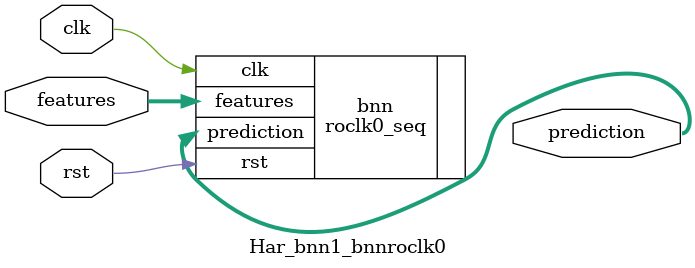
<source format=v>













module Har_bnn1_bnnroclk0 #(

parameter FEAT_CNT = 12,
parameter HIDDEN_CNT = 40,
parameter FEAT_BITS = 4,
parameter CLASS_CNT = 6,
parameter TEST_CNT = 1000


  ) (
  input clk,
  input rst,
  input [FEAT_CNT*FEAT_BITS-1:0] features,
  output [$clog2(CLASS_CNT)-1:0] prediction
  );

  localparam Weights0 = 480'b010011011001001100101101110001110010101011110010111001110001101001101010010011110101100110000101000100000111110100000001101110101101000110000001100100000001110000111111100111001110011001111010101000111100000011110011111011101000100111100110001101001001000110110111001011101011010111110100111000111100000011000000000100101111000110010101011010001100110101000100110101010101111011111000111000010110111000110001001110000010001100000101000000100100011000001101111001100001101000111001 ;
  localparam Weights1 = 240'b111001111101100000101111100101100010100011010110111111001010010101011010011101001110011111011110001101011100001000101010010101000110011010101101110010110100110101111111011000000011000110001111110000010111001001000101000010011100001111000100 ;

  roclk0_seq #(.FEAT_CNT(FEAT_CNT),.FEAT_BITS(FEAT_BITS),.HIDDEN_CNT(HIDDEN_CNT),.CLASS_CNT(CLASS_CNT),.Weights0(Weights0),.Weights1(Weights1)) bnn (
    .clk(clk),
    .rst(rst),
    .features(features),
    .prediction(prediction)
  );

endmodule

</source>
